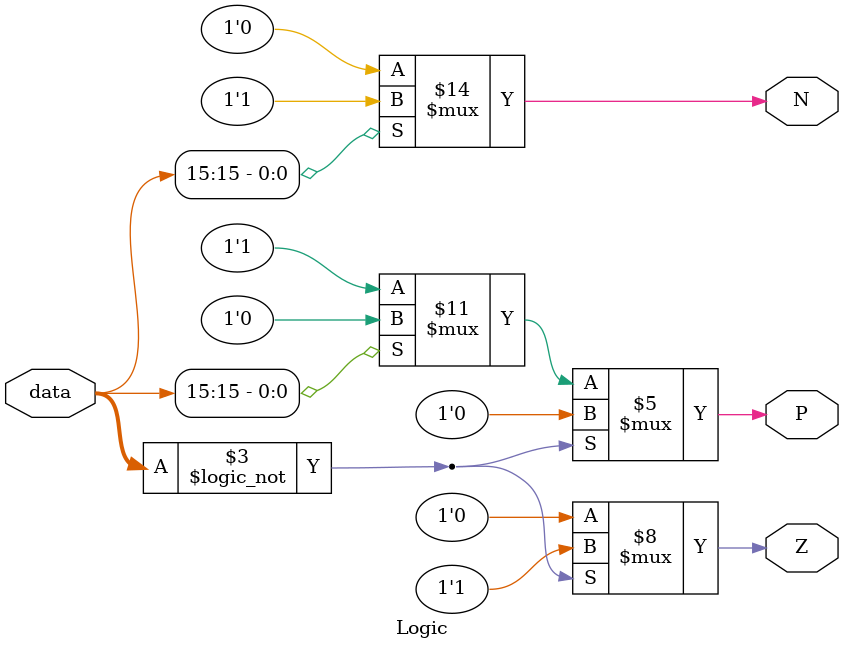
<source format=sv>
module Logic(
  input [15:0] data,
  output reg N,
  output reg Z,
  output reg P
);
  
  always @(data) begin
    if(data[15] == 1'b1) begin
      N = 1'b1;
      P = 1'b0;
    end else begin
      N = 1'b0;
      P = 1'b1;
    end
    if(data == 16'b0000000000000000)begin
      Z = 1'b1;
      P = 1'b0;
      end else begin
      Z = 1'b0;
   	  end
  end
endmodule
</source>
